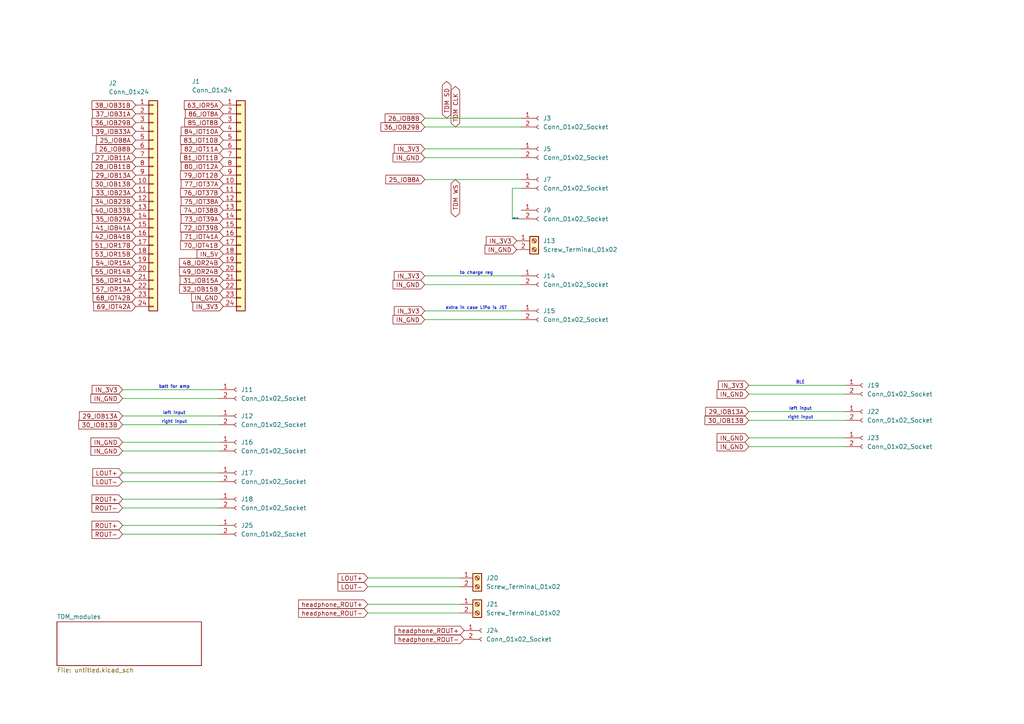
<source format=kicad_sch>
(kicad_sch (version 20250114) (generator "eeschema") (generator_version "9.0")
  (paper "A4")
  (title_block (title "Highway Wave") (date "2025-06-25") (rev "1.0.0"))
  (lib_symbols
    (symbol "Connector:Conn_01x02_Socket" (pin_names (offset 1.016) (hide yes))
      (property "Reference" "J" (at 0 2.54 0))
      (property "Value" "Conn_01x02_Socket" (at 0 -5.08 0))
      (symbol "Conn_01x02_Socket_1_1"
        (polyline (pts (xy -1.27 0) (xy -0.508 0)) (stroke (width 0.1524)))
        (polyline (pts (xy -1.27 -2.54) (xy -0.508 -2.54)) (stroke (width 0.1524)))
        (arc (start 0 -0.508) (mid -0.5058 0) (end 0 0.508) (stroke (width 0.1524)))
        (arc (start 0 -3.048) (mid -0.5058 -2.54) (end 0 -2.032) (stroke (width 0.1524)))
        (pin passive line (at -5.08 0 0) (length 3.81) (name "Pin_1") (number "1"))
        (pin passive line (at -5.08 -2.54 0) (length 3.81) (name "Pin_2") (number "2"))
      )
    )
    (symbol "Connector:Screw_Terminal_01x02" (pin_names (offset 1.016) (hide yes))
      (property "Reference" "J" (at 0 2.54 0))
      (property "Value" "Screw_Terminal_01x02" (at 0 -5.08 0))
      (symbol "Screw_Terminal_01x02_1_1"
        (rectangle (start -1.27 1.27) (end 1.27 -3.81) (stroke (width 0.254)) (fill (type background)))
        (polyline (pts (xy -0.5334 0.3302) (xy 0.3302 -0.508)) (stroke (width 0.1524)))
        (polyline (pts (xy -0.5334 -2.2098) (xy 0.3302 -3.048)) (stroke (width 0.1524)))
        (polyline (pts (xy -0.3556 0.508) (xy 0.508 -0.3302)) (stroke (width 0.1524)))
        (polyline (pts (xy -0.3556 -2.032) (xy 0.508 -2.8702)) (stroke (width 0.1524)))
        (circle (center 0 0) (radius 0.635) (stroke (width 0.1524)))
        (circle (center 0 -2.54) (radius 0.635) (stroke (width 0.1524)))
        (pin passive line (at -5.08 0 0) (length 3.81) (name "Pin_1") (number "1"))
        (pin passive line (at -5.08 -2.54 0) (length 3.81) (name "Pin_2") (number "2"))
      )
    )
    (symbol "Connector_Generic:Conn_01x24" (pin_names (offset 1.016) (hide yes))
      (property "Reference" "J" (at 0 30.48 0))
      (property "Value" "Conn_01x24" (at 0 -33.02 0))
      (symbol "Conn_01x24_1_1"
        (rectangle (start -1.27 29.21) (end 1.27 -31.75) (stroke (width 0.254)) (fill (type background)))
        (rectangle (start -1.27 28.067) (end 0 27.813) (stroke (width 0.1524)))
        (rectangle (start -1.27 25.527) (end 0 25.273) (stroke (width 0.1524)))
        (rectangle (start -1.27 22.987) (end 0 22.733) (stroke (width 0.1524)))
        (rectangle (start -1.27 20.447) (end 0 20.193) (stroke (width 0.1524)))
        (rectangle (start -1.27 17.907) (end 0 17.653) (stroke (width 0.1524)))
        (rectangle (start -1.27 15.367) (end 0 15.113) (stroke (width 0.1524)))
        (rectangle (start -1.27 12.827) (end 0 12.573) (stroke (width 0.1524)))
        (rectangle (start -1.27 10.287) (end 0 10.033) (stroke (width 0.1524)))
        (rectangle (start -1.27 7.747) (end 0 7.493) (stroke (width 0.1524)))
        (rectangle (start -1.27 5.207) (end 0 4.953) (stroke (width 0.1524)))
        (rectangle (start -1.27 2.667) (end 0 2.413) (stroke (width 0.1524)))
        (rectangle (start -1.27 0.127) (end 0 -0.127) (stroke (width 0.1524)))
        (rectangle (start -1.27 -2.413) (end 0 -2.667) (stroke (width 0.1524)))
        (rectangle (start -1.27 -4.953) (end 0 -5.207) (stroke (width 0.1524)))
        (rectangle (start -1.27 -7.493) (end 0 -7.747) (stroke (width 0.1524)))
        (rectangle (start -1.27 -10.033) (end 0 -10.287) (stroke (width 0.1524)))
        (rectangle (start -1.27 -12.573) (end 0 -12.827) (stroke (width 0.1524)))
        (rectangle (start -1.27 -15.113) (end 0 -15.367) (stroke (width 0.1524)))
        (rectangle (start -1.27 -17.653) (end 0 -17.907) (stroke (width 0.1524)))
        (rectangle (start -1.27 -20.193) (end 0 -20.447) (stroke (width 0.1524)))
        (rectangle (start -1.27 -22.733) (end 0 -22.987) (stroke (width 0.1524)))
        (rectangle (start -1.27 -25.273) (end 0 -25.527) (stroke (width 0.1524)))
        (rectangle (start -1.27 -27.813) (end 0 -28.067) (stroke (width 0.1524)))
        (rectangle (start -1.27 -30.353) (end 0 -30.607) (stroke (width 0.1524)))
        (pin passive line (at -5.08 27.94 0) (length 3.81) (name "Pin_1") (number "1"))
        (pin passive line (at -5.08 25.4 0) (length 3.81) (name "Pin_2") (number "2"))
        (pin passive line (at -5.08 22.86 0) (length 3.81) (name "Pin_3") (number "3"))
        (pin passive line (at -5.08 20.32 0) (length 3.81) (name "Pin_4") (number "4"))
        (pin passive line (at -5.08 17.78 0) (length 3.81) (name "Pin_5") (number "5"))
        (pin passive line (at -5.08 15.24 0) (length 3.81) (name "Pin_6") (number "6"))
        (pin passive line (at -5.08 12.7 0) (length 3.81) (name "Pin_7") (number "7"))
        (pin passive line (at -5.08 10.16 0) (length 3.81) (name "Pin_8") (number "8"))
        (pin passive line (at -5.08 7.62 0) (length 3.81) (name "Pin_9") (number "9"))
        (pin passive line (at -5.08 5.08 0) (length 3.81) (name "Pin_10") (number "10"))
        (pin passive line (at -5.08 2.54 0) (length 3.81) (name "Pin_11") (number "11"))
        (pin passive line (at -5.08 0 0) (length 3.81) (name "Pin_12") (number "12"))
        (pin passive line (at -5.08 -2.54 0) (length 3.81) (name "Pin_13") (number "13"))
        (pin passive line (at -5.08 -5.08 0) (length 3.81) (name "Pin_14") (number "14"))
        (pin passive line (at -5.08 -7.62 0) (length 3.81) (name "Pin_15") (number "15"))
        (pin passive line (at -5.08 -10.16 0) (length 3.81) (name "Pin_16") (number "16"))
        (pin passive line (at -5.08 -12.7 0) (length 3.81) (name "Pin_17") (number "17"))
        (pin passive line (at -5.08 -15.24 0) (length 3.81) (name "Pin_18") (number "18"))
        (pin passive line (at -5.08 -17.78 0) (length 3.81) (name "Pin_19") (number "19"))
        (pin passive line (at -5.08 -20.32 0) (length 3.81) (name "Pin_20") (number "20"))
        (pin passive line (at -5.08 -22.86 0) (length 3.81) (name "Pin_21") (number "21"))
        (pin passive line (at -5.08 -25.4 0) (length 3.81) (name "Pin_22") (number "22"))
        (pin passive line (at -5.08 -27.94 0) (length 3.81) (name "Pin_23") (number "23"))
        (pin passive line (at -5.08 -30.48 0) (length 3.81) (name "Pin_24") (number "24"))
      )
    )
  )
  (text "BLE" (at 232.156 110.998 0) (effects (font (size 0.9144 0.9144))))
  (text "extra in case LiPo is JST" (at 138.176 89.408 0) (effects (font (size 0.9144 0.9144))))
  (text "right input" (at 232.156 121.158 0) (effects (font (size 0.9144 0.9144))))
  (text "left input" (at 232.156 118.618 0) (effects (font (size 0.9144 0.9144))))
  (text "batt for amp" (at 50.546 112.268 0) (effects (font (size 0.9144 0.9144))))
  (text "to charge reg" (at 138.176 79.248 0) (effects (font (size 0.9144 0.9144))))
  (text "right input" (at 50.546 122.428 0) (effects (font (size 0.9144 0.9144))))
  (text "left input" (at 50.546 119.888 0) (effects (font (size 0.9144 0.9144))))
  (text "WSO Mk4" (at 149.606 63.5 0) (effects (font (size 0.254 0.254))))
  (wire (pts (xy 35.56 120.65) (xy 63.5 120.65)))
  (wire (pts (xy 123.19 34.29) (xy 151.13 34.29)))
  (wire (pts (xy 106.68 170.18) (xy 133.35 170.18)))
  (wire (pts (xy 148.59 63.5) (xy 151.13 63.5)))
  (wire (pts (xy 35.56 152.4) (xy 63.5 152.4)))
  (wire (pts (xy 217.17 119.38) (xy 245.11 119.38)))
  (wire (pts (xy 217.17 111.76) (xy 245.11 111.76)))
  (wire (pts (xy 123.19 82.55) (xy 151.13 82.55)))
  (wire (pts (xy 35.56 123.19) (xy 63.5 123.19)))
  (wire (pts (xy 35.56 137.16) (xy 63.5 137.16)))
  (wire (pts (xy 35.56 144.78) (xy 63.5 144.78)))
  (wire (pts (xy 148.59 54.61) (xy 148.59 63.5)))
  (wire (pts (xy 35.56 115.57) (xy 63.5 115.57)))
  (wire (pts (xy 123.19 92.71) (xy 151.13 92.71)))
  (wire (pts (xy 35.56 139.7) (xy 63.5 139.7)))
  (wire (pts (xy 106.68 167.64) (xy 133.35 167.64)))
  (wire (pts (xy 106.68 175.26) (xy 133.35 175.26)))
  (wire (pts (xy 123.19 45.72) (xy 151.13 45.72)))
  (wire (pts (xy 106.68 177.8) (xy 133.35 177.8)))
  (wire (pts (xy 217.17 129.54) (xy 245.11 129.54)))
  (wire (pts (xy 148.59 54.61) (xy 151.13 54.61)))
  (wire (pts (xy 217.17 121.92) (xy 245.11 121.92)))
  (wire (pts (xy 217.17 127) (xy 245.11 127)))
  (wire (pts (xy 123.19 80.01) (xy 151.13 80.01)))
  (wire (pts (xy 123.19 52.07) (xy 151.13 52.07)))
  (wire (pts (xy 123.19 36.83) (xy 151.13 36.83)))
  (wire (pts (xy 123.19 90.17) (xy 151.13 90.17)))
  (wire (pts (xy 123.19 43.18) (xy 151.13 43.18)))
  (wire (pts (xy 217.17 114.3) (xy 245.11 114.3)))
  (wire (pts (xy 35.56 147.32) (xy 63.5 147.32)))
  (wire (pts (xy 35.56 154.94) (xy 63.5 154.94)))
  (wire (pts (xy 35.56 130.81) (xy 63.5 130.81)))
  (wire (pts (xy 35.56 113.03) (xy 63.5 113.03)))
  (wire (pts (xy 35.56 128.27) (xy 63.5 128.27)))
  (global_label "IN_3V3" (shape input) (at 35.56 113.03 180) (property "Intersheetrefs" "${INTERSHEET_REFS}" (effects (hide yes))))
  (global_label "30_IOB13B" (shape input) (at 39.37 53.34 180) (property "Intersheetrefs" "${INTERSHEET_REFS}" (effects (hide yes))))
  (global_label "83_IOT10B" (shape input) (at 64.77 40.64 180) (property "Intersheetrefs" "${INTERSHEET_REFS}" (effects (hide yes))))
  (global_label "IN_3V3" (shape input) (at 64.77 88.9 180) (property "Intersheetrefs" "${INTERSHEET_REFS}" (effects (hide yes))))
  (global_label "32_IOB15B" (shape input) (at 64.77 83.82 180) (property "Intersheetrefs" "${INTERSHEET_REFS}" (effects (hide yes))))
  (global_label "75_IOT38A" (shape input) (at 64.77 58.42 180) (property "Intersheetrefs" "${INTERSHEET_REFS}" (effects (hide yes))))
  (global_label "IN_GND" (shape input) (at 217.17 129.54 180) (property "Intersheetrefs" "${INTERSHEET_REFS}" (effects (hide yes))))
  (global_label "49_IOR24B" (shape input) (at 64.77 78.74 180) (property "Intersheetrefs" "${INTERSHEET_REFS}" (effects (hide yes))))
  (global_label "57_IOR13A" (shape input) (at 39.37 83.82 180) (property "Intersheetrefs" "${INTERSHEET_REFS}" (effects (hide yes))))
  (global_label "30_IOB13B" (shape input) (at 217.17 121.92 180) (property "Intersheetrefs" "${INTERSHEET_REFS}" (effects (hide yes))))
  (global_label "77_IOT37A" (shape input) (at 64.77 53.34 180) (property "Intersheetrefs" "${INTERSHEET_REFS}" (effects (hide yes))))
  (global_label "LOUT+" (shape input) (at 35.56 137.16 180) (property "Intersheetrefs" "${INTERSHEET_REFS}" (effects (hide yes))))
  (global_label "79_IOT12B" (shape input) (at 64.77 50.8 180) (property "Intersheetrefs" "${INTERSHEET_REFS}" (effects (hide yes))))
  (global_label "55_IOR14B" (shape input) (at 39.37 78.74 180) (property "Intersheetrefs" "${INTERSHEET_REFS}" (effects (hide yes))))
  (global_label "25_IOB8A" (shape input) (at 123.19 52.07 180) (property "Intersheetrefs" "${INTERSHEET_REFS}" (effects (hide yes))))
  (global_label "26_IOB8B" (shape input) (at 39.37 43.18 180) (property "Intersheetrefs" "${INTERSHEET_REFS}" (effects (hide yes))))
  (global_label "41_IOB41A" (shape input) (at 39.37 66.04 180) (property "Intersheetrefs" "${INTERSHEET_REFS}" (effects (hide yes))))
  (global_label "85_IOT8B" (shape input) (at 64.77 35.56 180) (property "Intersheetrefs" "${INTERSHEET_REFS}" (effects (hide yes))))
  (global_label "42_IOB41B" (shape input) (at 39.37 68.58 180) (property "Intersheetrefs" "${INTERSHEET_REFS}" (effects (hide yes))))
  (global_label "25_IOB8A" (shape input) (at 39.37 40.64 180) (property "Intersheetrefs" "${INTERSHEET_REFS}" (effects (hide yes))))
  (global_label "33_IOB23A" (shape input) (at 39.37 55.88 180) (property "Intersheetrefs" "${INTERSHEET_REFS}" (effects (hide yes))))
  (global_label "81_IOT11B" (shape input) (at 64.77 45.72 180) (property "Intersheetrefs" "${INTERSHEET_REFS}" (effects (hide yes))))
  (global_label "63_IOR5A" (shape input) (at 64.77 30.48 180) (property "Intersheetrefs" "${INTERSHEET_REFS}" (effects (hide yes))))
  (global_label "56_IOR14A" (shape input) (at 39.37 81.28 180) (property "Intersheetrefs" "${INTERSHEET_REFS}" (effects (hide yes))))
  (global_label "30_IOB13B" (shape input) (at 35.56 123.19 180) (property "Intersheetrefs" "${INTERSHEET_REFS}" (effects (hide yes))))
  (global_label "40_IOB33B" (shape input) (at 39.37 60.96 180) (property "Intersheetrefs" "${INTERSHEET_REFS}" (effects (hide yes))))
  (global_label "74_IOT38B" (shape input) (at 64.77 60.96 180) (property "Intersheetrefs" "${INTERSHEET_REFS}" (effects (hide yes))))
  (global_label "IN_GND" (shape input) (at 123.19 82.55 180) (property "Intersheetrefs" "${INTERSHEET_REFS}" (effects (hide yes))))
  (global_label "68_IOT42B" (shape input) (at 39.37 86.36 180) (property "Intersheetrefs" "${INTERSHEET_REFS}" (effects (hide yes))))
  (global_label "86_IOT8A" (shape input) (at 64.77 33.02 180) (property "Intersheetrefs" "${INTERSHEET_REFS}" (effects (hide yes))))
  (global_label "IN_3V3" (shape input) (at 149.86 69.85 180) (property "Intersheetrefs" "${INTERSHEET_REFS}" (effects (hide yes))))
  (global_label "71_IOT41A" (shape input) (at 64.77 68.58 180) (property "Intersheetrefs" "${INTERSHEET_REFS}" (effects (hide yes))))
  (global_label "ROUT+" (shape input) (at 35.56 152.4 180) (property "Intersheetrefs" "${INTERSHEET_REFS}" (effects (hide yes))))
  (global_label "IN_3V3" (shape input) (at 217.17 111.76 180) (property "Intersheetrefs" "${INTERSHEET_REFS}" (effects (hide yes))))
  (global_label "34_IOB23B" (shape input) (at 39.37 58.42 180) (property "Intersheetrefs" "${INTERSHEET_REFS}" (effects (hide yes))))
  (global_label "36_IOB29B" (shape input) (at 123.19 36.83 180) (property "Intersheetrefs" "${INTERSHEET_REFS}" (effects (hide yes))))
  (global_label "26_IOB8B" (shape input) (at 123.19 34.29 180) (property "Intersheetrefs" "${INTERSHEET_REFS}" (effects (hide yes))))
  (global_label "headphone_ROUT+" (shape input) (at 106.68 175.26 180) (property "Intersheetrefs" "${INTERSHEET_REFS}" (effects (hide yes))))
  (global_label "39_IOB33A" (shape input) (at 39.37 38.1 180) (property "Intersheetrefs" "${INTERSHEET_REFS}" (effects (hide yes))))
  (global_label "IN_GND" (shape input) (at 217.17 114.3 180) (property "Intersheetrefs" "${INTERSHEET_REFS}" (effects (hide yes))))
  (global_label "IN_3V3" (shape input) (at 123.19 43.18 180) (property "Intersheetrefs" "${INTERSHEET_REFS}" (effects (hide yes))))
  (global_label "headphone_ROUT-" (shape input) (at 106.68 177.8 180) (property "Intersheetrefs" "${INTERSHEET_REFS}" (effects (hide yes))))
  (global_label "53_IOR15B" (shape input) (at 39.37 73.66 180) (property "Intersheetrefs" "${INTERSHEET_REFS}" (effects (hide yes))))
  (global_label "29_IOB13A" (shape input) (at 39.37 50.8 180) (property "Intersheetrefs" "${INTERSHEET_REFS}" (effects (hide yes))))
  (global_label "IN_GND" (shape input) (at 35.56 115.57 180) (property "Intersheetrefs" "${INTERSHEET_REFS}" (effects (hide yes))))
  (global_label "LOUT-" (shape input) (at 35.56 139.7 180) (property "Intersheetrefs" "${INTERSHEET_REFS}" (effects (hide yes))))
  (global_label "37_IOB31A" (shape input) (at 39.37 33.02 180) (property "Intersheetrefs" "${INTERSHEET_REFS}" (effects (hide yes))))
  (global_label "31_IOB15A" (shape input) (at 64.77 81.28 180) (property "Intersheetrefs" "${INTERSHEET_REFS}" (effects (hide yes))))
  (global_label "TDM CLK" (shape bidirectional) (at 132.08 36.83 90) (property "Intersheetrefs" "${INTERSHEET_REFS}" (effects (hide yes))))
  (global_label "70_IOT41B" (shape input) (at 64.77 71.12 180) (property "Intersheetrefs" "${INTERSHEET_REFS}" (effects (hide yes))))
  (global_label "27_IOB11A" (shape input) (at 39.37 45.72 180) (property "Intersheetrefs" "${INTERSHEET_REFS}" (effects (hide yes))))
  (global_label "IN_GND" (shape input) (at 149.86 72.39 180) (property "Intersheetrefs" "${INTERSHEET_REFS}" (effects (hide yes))))
  (global_label "73_IOT39A" (shape input) (at 64.77 63.5 180) (property "Intersheetrefs" "${INTERSHEET_REFS}" (effects (hide yes))))
  (global_label "IN_GND" (shape input) (at 123.19 92.71 180) (property "Intersheetrefs" "${INTERSHEET_REFS}" (effects (hide yes))))
  (global_label "36_IOB29B" (shape input) (at 39.37 35.56 180) (property "Intersheetrefs" "${INTERSHEET_REFS}" (effects (hide yes))))
  (global_label "82_IOT11A" (shape input) (at 64.77 43.18 180) (property "Intersheetrefs" "${INTERSHEET_REFS}" (effects (hide yes))))
  (global_label "TDM WS" (shape bidirectional) (at 132.08 52.07 270) (property "Intersheetrefs" "${INTERSHEET_REFS}" (effects (hide yes))))
  (global_label "TDM SD" (shape bidirectional) (at 129.54 34.29 90) (property "Intersheetrefs" "${INTERSHEET_REFS}" (effects (hide yes))))
  (global_label "IN_GND" (shape input) (at 35.56 128.27 180) (property "Intersheetrefs" "${INTERSHEET_REFS}" (effects (hide yes))))
  (global_label "ROUT-" (shape input) (at 35.56 147.32 180) (property "Intersheetrefs" "${INTERSHEET_REFS}" (effects (hide yes))))
  (global_label "ROUT-" (shape input) (at 35.56 154.94 180) (property "Intersheetrefs" "${INTERSHEET_REFS}" (effects (hide yes))))
  (global_label "LOUT+" (shape input) (at 106.68 167.64 180) (property "Intersheetrefs" "${INTERSHEET_REFS}" (effects (hide yes))))
  (global_label "69_IOT42A" (shape input) (at 39.37 88.9 180) (property "Intersheetrefs" "${INTERSHEET_REFS}" (effects (hide yes))))
  (global_label "LOUT-" (shape input) (at 106.68 170.18 180) (property "Intersheetrefs" "${INTERSHEET_REFS}" (effects (hide yes))))
  (global_label "IN_GND" (shape input) (at 35.56 130.81 180) (property "Intersheetrefs" "${INTERSHEET_REFS}" (effects (hide yes))))
  (global_label "28_IOB11B" (shape input) (at 39.37 48.26 180) (property "Intersheetrefs" "${INTERSHEET_REFS}" (effects (hide yes))))
  (global_label "72_IOT39B" (shape input) (at 64.77 66.04 180) (property "Intersheetrefs" "${INTERSHEET_REFS}" (effects (hide yes))))
  (global_label "76_IOT37B" (shape input) (at 64.77 55.88 180) (property "Intersheetrefs" "${INTERSHEET_REFS}" (effects (hide yes))))
  (global_label "51_IOR17B" (shape input) (at 39.37 71.12 180) (property "Intersheetrefs" "${INTERSHEET_REFS}" (effects (hide yes))))
  (global_label "IN_3V3" (shape input) (at 123.19 90.17 180) (property "Intersheetrefs" "${INTERSHEET_REFS}" (effects (hide yes))))
  (global_label "IN_GND" (shape input) (at 123.19 45.72 180) (property "Intersheetrefs" "${INTERSHEET_REFS}" (effects (hide yes))))
  (global_label "29_IOB13A" (shape input) (at 35.56 120.65 180) (property "Intersheetrefs" "${INTERSHEET_REFS}" (effects (hide yes))))
  (global_label "IN_5V" (shape input) (at 64.77 73.66 180) (property "Intersheetrefs" "${INTERSHEET_REFS}" (effects (hide yes))))
  (global_label "38_IOB31B" (shape input) (at 39.37 30.48 180) (property "Intersheetrefs" "${INTERSHEET_REFS}" (effects (hide yes))))
  (global_label "29_IOB13A" (shape input) (at 217.17 119.38 180) (property "Intersheetrefs" "${INTERSHEET_REFS}" (effects (hide yes))))
  (global_label "headphone_ROUT+" (shape input) (at 134.62 182.88 180) (property "Intersheetrefs" "${INTERSHEET_REFS}" (effects (hide yes))))
  (global_label "84_IOT10A" (shape input) (at 64.77 38.1 180) (property "Intersheetrefs" "${INTERSHEET_REFS}" (effects (hide yes))))
  (global_label "headphone_ROUT-" (shape input) (at 134.62 185.42 180) (property "Intersheetrefs" "${INTERSHEET_REFS}" (effects (hide yes))))
  (global_label "IN_GND" (shape input) (at 217.17 127 180) (property "Intersheetrefs" "${INTERSHEET_REFS}" (effects (hide yes))))
  (global_label "48_IOR24B" (shape input) (at 64.77 76.2 180) (property "Intersheetrefs" "${INTERSHEET_REFS}" (effects (hide yes))))
  (global_label "ROUT+" (shape input) (at 35.56 144.78 180) (property "Intersheetrefs" "${INTERSHEET_REFS}" (effects (hide yes))))
  (global_label "80_IOT12A" (shape input) (at 64.77 48.26 180) (property "Intersheetrefs" "${INTERSHEET_REFS}" (effects (hide yes))))
  (global_label "IN_3V3" (shape input) (at 123.19 80.01 180) (property "Intersheetrefs" "${INTERSHEET_REFS}" (effects (hide yes))))
  (global_label "IN_GND" (shape input) (at 64.77 86.36 180) (property "Intersheetrefs" "${INTERSHEET_REFS}" (effects (hide yes))))
  (global_label "35_IOB29A" (shape input) (at 39.37 63.5 180) (property "Intersheetrefs" "${INTERSHEET_REFS}" (effects (hide yes))))
  (global_label "54_IOR15A" (shape input) (at 39.37 76.2 180) (property "Intersheetrefs" "${INTERSHEET_REFS}" (effects (hide yes))))
  (symbol (lib_id "Connector_Generic:Conn_01x24") (at 69.85 58.42 0) (unit 1)
    (property "Reference" "J1" (at 55.626 23.622 0) (effects (justify left)))
    (property "Value" "Conn_01x24" (at 55.626 26.162 0) (effects (justify left)))
    (property "Footprint" "Connector_PinSocket_2.54mm:PinSocket_1x24_P2.54mm_Vertical" (effects (hide yes)))
    (property "Description" "Generic connector, single row, 01x24, script generated (kicad-library-utils/schlib/autogen/connector/)" (effects (hide yes)))
  )
  (symbol (lib_id "Connector:Conn_01x02_Socket") (at 139.7 182.88 0) (unit 1)
    (property "Reference" "J24" (at 140.97 182.8799 0) (effects (justify left)))
    (property "Value" "Conn_01x02_Socket" (at 140.97 185.4199 0) (effects (justify left)))
    (property "Footprint" "Connector_JST:JST_PH_B2B-PH-K_1x02_P2.00mm_Vertical" (effects (hide yes)))
    (property "Description" "Generic connector, single row, 01x02, script generated" (effects (hide yes)))
  )
  (symbol (lib_id "Connector:Screw_Terminal_01x02") (at 154.94 69.85 0) (unit 1)
    (property "Reference" "J13" (at 157.48 69.8499 0) (effects (justify left)))
    (property "Value" "Screw_Terminal_01x02" (at 157.48 72.3899 0) (effects (justify left)))
    (property "Footprint" "TerminalBlock_MetzConnect:TerminalBlock_MetzConnect_Type101_RT01602HBWC_1x02_P5.08mm_Horizontal" (effects (hide yes)))
    (property "Description" "Generic screw terminal, single row, 01x02, script generated (kicad-library-utils/schlib/autogen/connector/)" (effects (hide yes)))
  )
  (symbol (lib_id "Connector:Conn_01x02_Socket") (at 68.58 113.03 0) (unit 1)
    (property "Reference" "J11" (at 69.85 113.0299 0) (effects (justify left)))
    (property "Value" "Conn_01x02_Socket" (at 69.85 115.5699 0) (effects (justify left)))
    (property "Footprint" "Connector_JST:JST_PH_B2B-PH-K_1x02_P2.00mm_Vertical" (effects (hide yes)))
    (property "Description" "Generic connector, single row, 01x02, script generated" (effects (hide yes)))
  )
  (symbol (lib_id "Connector:Conn_01x02_Socket") (at 68.58 152.4 0) (unit 1)
    (property "Reference" "J25" (at 69.85 152.3999 0) (effects (justify left)))
    (property "Value" "Conn_01x02_Socket" (at 69.85 154.9399 0) (effects (justify left)))
    (property "Footprint" "Connector_JST:JST_PH_B2B-PH-K_1x02_P2.00mm_Vertical" (effects (hide yes)))
    (property "Description" "Generic connector, single row, 01x02, script generated" (effects (hide yes)))
  )
  (symbol (lib_id "Connector:Conn_01x02_Socket") (at 68.58 144.78 0) (unit 1)
    (property "Reference" "J18" (at 69.85 144.7799 0) (effects (justify left)))
    (property "Value" "Conn_01x02_Socket" (at 69.85 147.3199 0) (effects (justify left)))
    (property "Footprint" "Connector_JST:JST_PH_B2B-PH-K_1x02_P2.00mm_Vertical" (effects (hide yes)))
    (property "Description" "Generic connector, single row, 01x02, script generated" (effects (hide yes)))
  )
  (symbol (lib_id "Connector:Conn_01x02_Socket") (at 68.58 128.27 0) (unit 1)
    (property "Reference" "J16" (at 69.85 128.2699 0) (effects (justify left)))
    (property "Value" "Conn_01x02_Socket" (at 69.85 130.8099 0) (effects (justify left)))
    (property "Footprint" "Connector_JST:JST_PH_B2B-PH-K_1x02_P2.00mm_Vertical" (effects (hide yes)))
    (property "Description" "Generic connector, single row, 01x02, script generated" (effects (hide yes)))
  )
  (symbol (lib_id "Connector:Conn_01x02_Socket") (at 156.21 60.96 0) (unit 1)
    (property "Reference" "J9" (at 157.48 60.9599 0) (effects (justify left)))
    (property "Value" "Conn_01x02_Socket" (at 157.48 63.4999 0) (effects (justify left)))
    (property "Footprint" "Connector_JST:JST_PH_B2B-PH-K_1x02_P2.00mm_Vertical" (effects (hide yes)))
    (property "Description" "Generic connector, single row, 01x02, script generated" (effects (hide yes)))
  )
  (symbol (lib_id "Connector:Conn_01x02_Socket") (at 68.58 120.65 0) (unit 1)
    (property "Reference" "J12" (at 69.85 120.6499 0) (effects (justify left)))
    (property "Value" "Conn_01x02_Socket" (at 69.85 123.1899 0) (effects (justify left)))
    (property "Footprint" "Connector_JST:JST_PH_B2B-PH-K_1x02_P2.00mm_Vertical" (effects (hide yes)))
    (property "Description" "Generic connector, single row, 01x02, script generated" (effects (hide yes)))
  )
  (symbol (lib_id "Connector:Conn_01x02_Socket") (at 156.21 43.18 0) (unit 1)
    (property "Reference" "J5" (at 157.48 43.1799 0) (effects (justify left)))
    (property "Value" "Conn_01x02_Socket" (at 157.48 45.7199 0) (effects (justify left)))
    (property "Footprint" "Connector_JST:JST_PH_B2B-PH-K_1x02_P2.00mm_Vertical" (effects (hide yes)))
    (property "Description" "Generic connector, single row, 01x02, script generated" (effects (hide yes)))
  )
  (symbol (lib_id "Connector:Conn_01x02_Socket") (at 250.19 119.38 0) (unit 1)
    (property "Reference" "J22" (at 251.46 119.3799 0) (effects (justify left)))
    (property "Value" "Conn_01x02_Socket" (at 251.46 121.9199 0) (effects (justify left)))
    (property "Footprint" "Connector_JST:JST_PH_B2B-PH-K_1x02_P2.00mm_Vertical" (effects (hide yes)))
    (property "Description" "Generic connector, single row, 01x02, script generated" (effects (hide yes)))
  )
  (symbol (lib_id "Connector:Conn_01x02_Socket") (at 156.21 90.17 0) (unit 1)
    (property "Reference" "J15" (at 157.48 90.1699 0) (effects (justify left)))
    (property "Value" "Conn_01x02_Socket" (at 157.48 92.7099 0) (effects (justify left)))
    (property "Footprint" "Connector_JST:JST_PH_B2B-PH-K_1x02_P2.00mm_Vertical" (effects (hide yes)))
    (property "Description" "Generic connector, single row, 01x02, script generated" (effects (hide yes)))
  )
  (symbol (lib_id "Connector:Conn_01x02_Socket") (at 68.58 137.16 0) (unit 1)
    (property "Reference" "J17" (at 69.85 137.1599 0) (effects (justify left)))
    (property "Value" "Conn_01x02_Socket" (at 69.85 139.6999 0) (effects (justify left)))
    (property "Footprint" "Connector_JST:JST_PH_B2B-PH-K_1x02_P2.00mm_Vertical" (effects (hide yes)))
    (property "Description" "Generic connector, single row, 01x02, script generated" (effects (hide yes)))
  )
  (symbol (lib_id "Connector:Conn_01x02_Socket") (at 156.21 80.01 0) (unit 1)
    (property "Reference" "J14" (at 157.48 80.0099 0) (effects (justify left)))
    (property "Value" "Conn_01x02_Socket" (at 157.48 82.5499 0) (effects (justify left)))
    (property "Footprint" "Connector_JST:JST_PH_B2B-PH-K_1x02_P2.00mm_Vertical" (effects (hide yes)))
    (property "Description" "Generic connector, single row, 01x02, script generated" (effects (hide yes)))
  )
  (symbol (lib_id "Connector:Conn_01x02_Socket") (at 250.19 127 0) (unit 1)
    (property "Reference" "J23" (at 251.46 126.9999 0) (effects (justify left)))
    (property "Value" "Conn_01x02_Socket" (at 251.46 129.5399 0) (effects (justify left)))
    (property "Footprint" "Connector_JST:JST_PH_B2B-PH-K_1x02_P2.00mm_Vertical" (effects (hide yes)))
    (property "Description" "Generic connector, single row, 01x02, script generated" (effects (hide yes)))
  )
  (symbol (lib_id "Connector:Conn_01x02_Socket") (at 156.21 34.29 0) (unit 1)
    (property "Reference" "J3" (at 157.48 34.2899 0) (effects (justify left)))
    (property "Value" "Conn_01x02_Socket" (at 157.48 36.8299 0) (effects (justify left)))
    (property "Footprint" "Connector_JST:JST_PH_B2B-PH-K_1x02_P2.00mm_Vertical" (effects (hide yes)))
    (property "Description" "Generic connector, single row, 01x02, script generated" (effects (hide yes)))
  )
  (symbol (lib_id "Connector:Screw_Terminal_01x02") (at 138.43 167.64 0) (unit 1)
    (property "Reference" "J20" (at 140.97 167.6399 0) (effects (justify left)))
    (property "Value" "Screw_Terminal_01x02" (at 140.97 170.1799 0) (effects (justify left)))
    (property "Footprint" "TerminalBlock_MetzConnect:TerminalBlock_MetzConnect_Type101_RT01602HBWC_1x02_P5.08mm_Horizontal" (effects (hide yes)))
    (property "Description" "Generic screw terminal, single row, 01x02, script generated (kicad-library-utils/schlib/autogen/connector/)" (effects (hide yes)))
  )
  (symbol (lib_id "Connector:Screw_Terminal_01x02") (at 138.43 175.26 0) (unit 1)
    (property "Reference" "J21" (at 140.97 175.2599 0) (effects (justify left)))
    (property "Value" "Screw_Terminal_01x02" (at 140.97 177.7999 0) (effects (justify left)))
    (property "Footprint" "TerminalBlock_MetzConnect:TerminalBlock_MetzConnect_Type101_RT01602HBWC_1x02_P5.08mm_Horizontal" (effects (hide yes)))
    (property "Description" "Generic screw terminal, single row, 01x02, script generated (kicad-library-utils/schlib/autogen/connector/)" (effects (hide yes)))
  )
  (symbol (lib_id "Connector_Generic:Conn_01x24") (at 44.45 58.42 0) (unit 1)
    (property "Reference" "J2" (at 31.496 24.13 0) (effects (justify left)))
    (property "Value" "Conn_01x24" (at 31.496 26.67 0) (effects (justify left)))
    (property "Footprint" "Connector_PinSocket_2.54mm:PinSocket_1x24_P2.54mm_Vertical" (effects (hide yes)))
    (property "Description" "Generic connector, single row, 01x24, script generated (kicad-library-utils/schlib/autogen/connector/)" (effects (hide yes)))
  )
  (symbol (lib_id "Connector:Conn_01x02_Socket") (at 250.19 111.76 0) (unit 1)
    (property "Reference" "J19" (at 251.46 111.7599 0) (effects (justify left)))
    (property "Value" "Conn_01x02_Socket" (at 251.46 114.2999 0) (effects (justify left)))
    (property "Footprint" "Connector_JST:JST_PH_B2B-PH-K_1x02_P2.00mm_Vertical" (effects (hide yes)))
    (property "Description" "Generic connector, single row, 01x02, script generated" (effects (hide yes)))
  )
  (symbol (lib_id "Connector:Conn_01x02_Socket") (at 156.21 52.07 0) (unit 1)
    (property "Reference" "J7" (at 157.48 52.0699 0) (effects (justify left)))
    (property "Value" "Conn_01x02_Socket" (at 157.48 54.6099 0) (effects (justify left)))
    (property "Footprint" "Connector_JST:JST_PH_B2B-PH-K_1x02_P2.00mm_Vertical" (effects (hide yes)))
    (property "Description" "Generic connector, single row, 01x02, script generated" (effects (hide yes)))
  )
  (sheet (at 16.51 180.34) (size 41.91 12.7) (stroke (width 0.1524))
    (property "Sheetname" "TDM_modules" (at 16.51 179.6284 0) (effects (justify left bottom)))
    (property "Sheetfile" "untitled.kicad_sch" (at 16.51 193.6246 0) (effects (justify left top)))
  )
)
</source>
